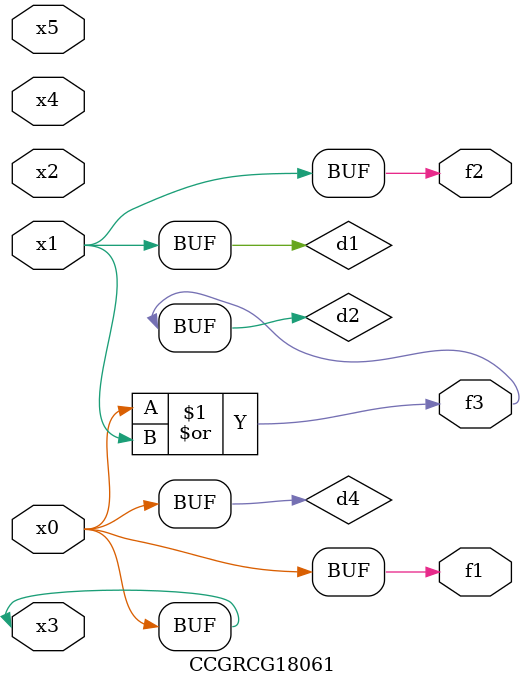
<source format=v>
module CCGRCG18061(
	input x0, x1, x2, x3, x4, x5,
	output f1, f2, f3
);

	wire d1, d2, d3, d4;

	and (d1, x1);
	or (d2, x0, x1);
	nand (d3, x0, x5);
	buf (d4, x0, x3);
	assign f1 = d4;
	assign f2 = d1;
	assign f3 = d2;
endmodule

</source>
